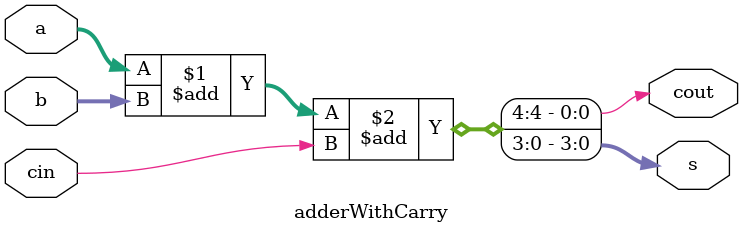
<source format=sv>
module adderWithCarry #(parameter N = 4)
				  (input logic [N-1:0] a, b, input logic cin, 
				   output logic [N-1:0] s, output logic cout);
					
	assign {cout, s} = a + b + cin;
	
endmodule
</source>
